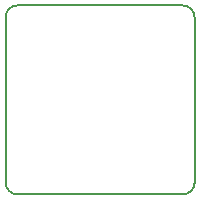
<source format=gbr>
G04 #@! TF.FileFunction,Profile,NP*
%FSLAX46Y46*%
G04 Gerber Fmt 4.6, Leading zero omitted, Abs format (unit mm)*
G04 Created by KiCad (PCBNEW 4.0.7) date 2018 January 31, Wednesday 20:45:58*
%MOMM*%
%LPD*%
G01*
G04 APERTURE LIST*
%ADD10C,0.100000*%
%ADD11C,0.150000*%
G04 APERTURE END LIST*
D10*
D11*
X159000000Y-108000000D02*
G75*
G03X160000000Y-107000000I0J1000000D01*
G01*
X144000000Y-107000000D02*
G75*
G03X145000000Y-108000000I1000000J0D01*
G01*
X145000000Y-92000000D02*
G75*
G03X144000000Y-93000000I0J-1000000D01*
G01*
X160000000Y-93000000D02*
G75*
G03X159000000Y-92000000I-1000000J0D01*
G01*
X160000000Y-107000000D02*
X160000000Y-93000000D01*
X145000000Y-108000000D02*
X159000000Y-108000000D01*
X144000000Y-93000000D02*
X144000000Y-107000000D01*
X159000000Y-92000000D02*
X145000000Y-92000000D01*
M02*

</source>
